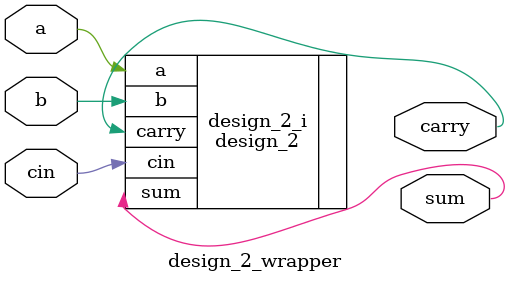
<source format=v>
`timescale 1 ps / 1 ps

module design_2_wrapper
   (a,
    b,
    carry,
    cin,
    sum);
  input a;
  input b;
  output [0:0]carry;
  input cin;
  output sum;

  wire a;
  wire b;
  wire [0:0]carry;
  wire cin;
  wire sum;

  design_2 design_2_i
       (.a(a),
        .b(b),
        .carry(carry),
        .cin(cin),
        .sum(sum));
endmodule

</source>
